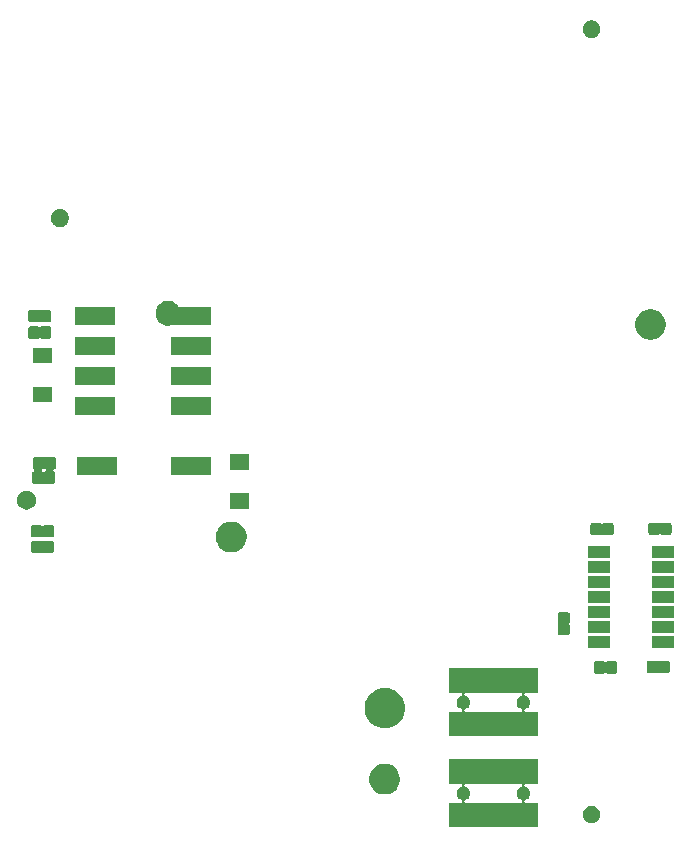
<source format=gbr>
G04 #@! TF.GenerationSoftware,KiCad,Pcbnew,5.1.6+dfsg1-1~bpo10+1*
G04 #@! TF.CreationDate,2021-06-19T16:41:49-04:00*
G04 #@! TF.ProjectId,RUSP_Daughterboard,52555350-5f44-4617-9567-68746572626f,rev?*
G04 #@! TF.SameCoordinates,Original*
G04 #@! TF.FileFunction,Soldermask,Bot*
G04 #@! TF.FilePolarity,Negative*
%FSLAX46Y46*%
G04 Gerber Fmt 4.6, Leading zero omitted, Abs format (unit mm)*
G04 Created by KiCad (PCBNEW 5.1.6+dfsg1-1~bpo10+1) date 2021-06-19 16:41:49*
%MOMM*%
%LPD*%
G01*
G04 APERTURE LIST*
%ADD10C,0.100000*%
G04 APERTURE END LIST*
D10*
G36*
X166945000Y-134397500D02*
G01*
X165946619Y-134397500D01*
X165922233Y-134399902D01*
X165898784Y-134407015D01*
X165877173Y-134418566D01*
X165858231Y-134434111D01*
X165842686Y-134453053D01*
X165831135Y-134474664D01*
X165824022Y-134498113D01*
X165821620Y-134522499D01*
X165824022Y-134546885D01*
X165831135Y-134570334D01*
X165842686Y-134591945D01*
X165858231Y-134610887D01*
X165877173Y-134626432D01*
X165898784Y-134637983D01*
X165909179Y-134642289D01*
X165909180Y-134642289D01*
X166014733Y-134686011D01*
X166109728Y-134749485D01*
X166190515Y-134830272D01*
X166253989Y-134925267D01*
X166297711Y-135030820D01*
X166320000Y-135142875D01*
X166320000Y-135257125D01*
X166297711Y-135369180D01*
X166253989Y-135474733D01*
X166190515Y-135569728D01*
X166109728Y-135650515D01*
X166014733Y-135713989D01*
X166014732Y-135713990D01*
X166014731Y-135713990D01*
X165898784Y-135762017D01*
X165877173Y-135773568D01*
X165858231Y-135789113D01*
X165842686Y-135808055D01*
X165831135Y-135829666D01*
X165824022Y-135853115D01*
X165821620Y-135877501D01*
X165824022Y-135901887D01*
X165831135Y-135925336D01*
X165842686Y-135946947D01*
X165858231Y-135965889D01*
X165877173Y-135981434D01*
X165898784Y-135992985D01*
X165922233Y-136000098D01*
X165946619Y-136002500D01*
X166945000Y-136002500D01*
X166945000Y-138077500D01*
X159455000Y-138077500D01*
X159455000Y-136002500D01*
X160453381Y-136002500D01*
X160477767Y-136000098D01*
X160501216Y-135992985D01*
X160522827Y-135981434D01*
X160541769Y-135965889D01*
X160557314Y-135946947D01*
X160568865Y-135925336D01*
X160575978Y-135901887D01*
X160578380Y-135877501D01*
X160575978Y-135853115D01*
X160568865Y-135829666D01*
X160557314Y-135808055D01*
X160541769Y-135789113D01*
X160522827Y-135773568D01*
X160501216Y-135762017D01*
X160385269Y-135713990D01*
X160385268Y-135713990D01*
X160385267Y-135713989D01*
X160290272Y-135650515D01*
X160209485Y-135569728D01*
X160146011Y-135474733D01*
X160102289Y-135369180D01*
X160080000Y-135257125D01*
X160080000Y-135142875D01*
X160102289Y-135030820D01*
X160146011Y-134925267D01*
X160209485Y-134830272D01*
X160290272Y-134749485D01*
X160385267Y-134686011D01*
X160490820Y-134642289D01*
X160490821Y-134642289D01*
X160501216Y-134637983D01*
X160522827Y-134626432D01*
X160541769Y-134610887D01*
X160557314Y-134591945D01*
X160568865Y-134570334D01*
X160575978Y-134546885D01*
X160578380Y-134522499D01*
X160741620Y-134522499D01*
X160744022Y-134546885D01*
X160751135Y-134570334D01*
X160762686Y-134591945D01*
X160778231Y-134610887D01*
X160797173Y-134626432D01*
X160818784Y-134637983D01*
X160829179Y-134642289D01*
X160829180Y-134642289D01*
X160934733Y-134686011D01*
X161029728Y-134749485D01*
X161110515Y-134830272D01*
X161173989Y-134925267D01*
X161217711Y-135030820D01*
X161240000Y-135142875D01*
X161240000Y-135257125D01*
X161217711Y-135369180D01*
X161173989Y-135474733D01*
X161110515Y-135569728D01*
X161029728Y-135650515D01*
X160934733Y-135713989D01*
X160934732Y-135713990D01*
X160934731Y-135713990D01*
X160818784Y-135762017D01*
X160797173Y-135773568D01*
X160778231Y-135789113D01*
X160762686Y-135808055D01*
X160751135Y-135829666D01*
X160744022Y-135853115D01*
X160741620Y-135877501D01*
X160744022Y-135901887D01*
X160751135Y-135925336D01*
X160762686Y-135946947D01*
X160778231Y-135965889D01*
X160797173Y-135981434D01*
X160818784Y-135992985D01*
X160842233Y-136000098D01*
X160866619Y-136002500D01*
X165533381Y-136002500D01*
X165557767Y-136000098D01*
X165581216Y-135992985D01*
X165602827Y-135981434D01*
X165621769Y-135965889D01*
X165637314Y-135946947D01*
X165648865Y-135925336D01*
X165655978Y-135901887D01*
X165658380Y-135877501D01*
X165655978Y-135853115D01*
X165648865Y-135829666D01*
X165637314Y-135808055D01*
X165621769Y-135789113D01*
X165602827Y-135773568D01*
X165581216Y-135762017D01*
X165465269Y-135713990D01*
X165465268Y-135713990D01*
X165465267Y-135713989D01*
X165370272Y-135650515D01*
X165289485Y-135569728D01*
X165226011Y-135474733D01*
X165182289Y-135369180D01*
X165160000Y-135257125D01*
X165160000Y-135142875D01*
X165182289Y-135030820D01*
X165226011Y-134925267D01*
X165289485Y-134830272D01*
X165370272Y-134749485D01*
X165465267Y-134686011D01*
X165570820Y-134642289D01*
X165570821Y-134642289D01*
X165581216Y-134637983D01*
X165602827Y-134626432D01*
X165621769Y-134610887D01*
X165637314Y-134591945D01*
X165648865Y-134570334D01*
X165655978Y-134546885D01*
X165658380Y-134522499D01*
X165655978Y-134498113D01*
X165648865Y-134474664D01*
X165637314Y-134453053D01*
X165621769Y-134434111D01*
X165602827Y-134418566D01*
X165581216Y-134407015D01*
X165557767Y-134399902D01*
X165533381Y-134397500D01*
X160866619Y-134397500D01*
X160842233Y-134399902D01*
X160818784Y-134407015D01*
X160797173Y-134418566D01*
X160778231Y-134434111D01*
X160762686Y-134453053D01*
X160751135Y-134474664D01*
X160744022Y-134498113D01*
X160741620Y-134522499D01*
X160578380Y-134522499D01*
X160575978Y-134498113D01*
X160568865Y-134474664D01*
X160557314Y-134453053D01*
X160541769Y-134434111D01*
X160522827Y-134418566D01*
X160501216Y-134407015D01*
X160477767Y-134399902D01*
X160453381Y-134397500D01*
X159455000Y-134397500D01*
X159455000Y-132322500D01*
X166945000Y-132322500D01*
X166945000Y-134397500D01*
G37*
G36*
X171718766Y-136278821D02*
G01*
X171855257Y-136335358D01*
X171978097Y-136417437D01*
X172082563Y-136521903D01*
X172164642Y-136644743D01*
X172221179Y-136781234D01*
X172250000Y-136926130D01*
X172250000Y-137073870D01*
X172221179Y-137218766D01*
X172164642Y-137355257D01*
X172082563Y-137478097D01*
X171978097Y-137582563D01*
X171855257Y-137664642D01*
X171718766Y-137721179D01*
X171573870Y-137750000D01*
X171426130Y-137750000D01*
X171281234Y-137721179D01*
X171144743Y-137664642D01*
X171021903Y-137582563D01*
X170917437Y-137478097D01*
X170835358Y-137355257D01*
X170778821Y-137218766D01*
X170750000Y-137073870D01*
X170750000Y-136926130D01*
X170778821Y-136781234D01*
X170835358Y-136644743D01*
X170917437Y-136521903D01*
X171021903Y-136417437D01*
X171144743Y-136335358D01*
X171281234Y-136278821D01*
X171426130Y-136250000D01*
X171573870Y-136250000D01*
X171718766Y-136278821D01*
G37*
G36*
X154253617Y-132724979D02*
G01*
X154379196Y-132749958D01*
X154615781Y-132847955D01*
X154828702Y-132990224D01*
X155009776Y-133171298D01*
X155152045Y-133384219D01*
X155250042Y-133620804D01*
X155300000Y-133871961D01*
X155300000Y-134128039D01*
X155250042Y-134379196D01*
X155152045Y-134615781D01*
X155009776Y-134828702D01*
X154828702Y-135009776D01*
X154615781Y-135152045D01*
X154379196Y-135250042D01*
X154253617Y-135275021D01*
X154128040Y-135300000D01*
X153871960Y-135300000D01*
X153746383Y-135275021D01*
X153620804Y-135250042D01*
X153384219Y-135152045D01*
X153171298Y-135009776D01*
X152990224Y-134828702D01*
X152847955Y-134615781D01*
X152749958Y-134379196D01*
X152700000Y-134128039D01*
X152700000Y-133871961D01*
X152749958Y-133620804D01*
X152847955Y-133384219D01*
X152990224Y-133171298D01*
X153171298Y-132990224D01*
X153384219Y-132847955D01*
X153620804Y-132749958D01*
X153746383Y-132724979D01*
X153871960Y-132700000D01*
X154128040Y-132700000D01*
X154253617Y-132724979D01*
G37*
G36*
X166945000Y-126697500D02*
G01*
X165946619Y-126697500D01*
X165922233Y-126699902D01*
X165898784Y-126707015D01*
X165877173Y-126718566D01*
X165858231Y-126734111D01*
X165842686Y-126753053D01*
X165831135Y-126774664D01*
X165824022Y-126798113D01*
X165821620Y-126822499D01*
X165824022Y-126846885D01*
X165831135Y-126870334D01*
X165842686Y-126891945D01*
X165858231Y-126910887D01*
X165877173Y-126926432D01*
X165898784Y-126937983D01*
X165909179Y-126942289D01*
X165909180Y-126942289D01*
X166014733Y-126986011D01*
X166109728Y-127049485D01*
X166190515Y-127130272D01*
X166253989Y-127225267D01*
X166297711Y-127330820D01*
X166320000Y-127442875D01*
X166320000Y-127557125D01*
X166297711Y-127669180D01*
X166253989Y-127774733D01*
X166190515Y-127869728D01*
X166109728Y-127950515D01*
X166014733Y-128013989D01*
X166014732Y-128013990D01*
X166014731Y-128013990D01*
X165898784Y-128062017D01*
X165877173Y-128073568D01*
X165858231Y-128089113D01*
X165842686Y-128108055D01*
X165831135Y-128129666D01*
X165824022Y-128153115D01*
X165821620Y-128177501D01*
X165824022Y-128201887D01*
X165831135Y-128225336D01*
X165842686Y-128246947D01*
X165858231Y-128265889D01*
X165877173Y-128281434D01*
X165898784Y-128292985D01*
X165922233Y-128300098D01*
X165946619Y-128302500D01*
X166945000Y-128302500D01*
X166945000Y-130377500D01*
X159455000Y-130377500D01*
X159455000Y-128302500D01*
X160453381Y-128302500D01*
X160477767Y-128300098D01*
X160501216Y-128292985D01*
X160522827Y-128281434D01*
X160541769Y-128265889D01*
X160557314Y-128246947D01*
X160568865Y-128225336D01*
X160575978Y-128201887D01*
X160578380Y-128177501D01*
X160575978Y-128153115D01*
X160568865Y-128129666D01*
X160557314Y-128108055D01*
X160541769Y-128089113D01*
X160522827Y-128073568D01*
X160501216Y-128062017D01*
X160385269Y-128013990D01*
X160385268Y-128013990D01*
X160385267Y-128013989D01*
X160290272Y-127950515D01*
X160209485Y-127869728D01*
X160146011Y-127774733D01*
X160102289Y-127669180D01*
X160080000Y-127557125D01*
X160080000Y-127442875D01*
X160102289Y-127330820D01*
X160146011Y-127225267D01*
X160209485Y-127130272D01*
X160290272Y-127049485D01*
X160385267Y-126986011D01*
X160490820Y-126942289D01*
X160490821Y-126942289D01*
X160501216Y-126937983D01*
X160522827Y-126926432D01*
X160541769Y-126910887D01*
X160557314Y-126891945D01*
X160568865Y-126870334D01*
X160575978Y-126846885D01*
X160578380Y-126822499D01*
X160741620Y-126822499D01*
X160744022Y-126846885D01*
X160751135Y-126870334D01*
X160762686Y-126891945D01*
X160778231Y-126910887D01*
X160797173Y-126926432D01*
X160818784Y-126937983D01*
X160829179Y-126942289D01*
X160829180Y-126942289D01*
X160934733Y-126986011D01*
X161029728Y-127049485D01*
X161110515Y-127130272D01*
X161173989Y-127225267D01*
X161217711Y-127330820D01*
X161240000Y-127442875D01*
X161240000Y-127557125D01*
X161217711Y-127669180D01*
X161173989Y-127774733D01*
X161110515Y-127869728D01*
X161029728Y-127950515D01*
X160934733Y-128013989D01*
X160934732Y-128013990D01*
X160934731Y-128013990D01*
X160818784Y-128062017D01*
X160797173Y-128073568D01*
X160778231Y-128089113D01*
X160762686Y-128108055D01*
X160751135Y-128129666D01*
X160744022Y-128153115D01*
X160741620Y-128177501D01*
X160744022Y-128201887D01*
X160751135Y-128225336D01*
X160762686Y-128246947D01*
X160778231Y-128265889D01*
X160797173Y-128281434D01*
X160818784Y-128292985D01*
X160842233Y-128300098D01*
X160866619Y-128302500D01*
X165533381Y-128302500D01*
X165557767Y-128300098D01*
X165581216Y-128292985D01*
X165602827Y-128281434D01*
X165621769Y-128265889D01*
X165637314Y-128246947D01*
X165648865Y-128225336D01*
X165655978Y-128201887D01*
X165658380Y-128177501D01*
X165655978Y-128153115D01*
X165648865Y-128129666D01*
X165637314Y-128108055D01*
X165621769Y-128089113D01*
X165602827Y-128073568D01*
X165581216Y-128062017D01*
X165465269Y-128013990D01*
X165465268Y-128013990D01*
X165465267Y-128013989D01*
X165370272Y-127950515D01*
X165289485Y-127869728D01*
X165226011Y-127774733D01*
X165182289Y-127669180D01*
X165160000Y-127557125D01*
X165160000Y-127442875D01*
X165182289Y-127330820D01*
X165226011Y-127225267D01*
X165289485Y-127130272D01*
X165370272Y-127049485D01*
X165465267Y-126986011D01*
X165570820Y-126942289D01*
X165570821Y-126942289D01*
X165581216Y-126937983D01*
X165602827Y-126926432D01*
X165621769Y-126910887D01*
X165637314Y-126891945D01*
X165648865Y-126870334D01*
X165655978Y-126846885D01*
X165658380Y-126822499D01*
X165655978Y-126798113D01*
X165648865Y-126774664D01*
X165637314Y-126753053D01*
X165621769Y-126734111D01*
X165602827Y-126718566D01*
X165581216Y-126707015D01*
X165557767Y-126699902D01*
X165533381Y-126697500D01*
X160866619Y-126697500D01*
X160842233Y-126699902D01*
X160818784Y-126707015D01*
X160797173Y-126718566D01*
X160778231Y-126734111D01*
X160762686Y-126753053D01*
X160751135Y-126774664D01*
X160744022Y-126798113D01*
X160741620Y-126822499D01*
X160578380Y-126822499D01*
X160575978Y-126798113D01*
X160568865Y-126774664D01*
X160557314Y-126753053D01*
X160541769Y-126734111D01*
X160522827Y-126718566D01*
X160501216Y-126707015D01*
X160477767Y-126699902D01*
X160453381Y-126697500D01*
X159455000Y-126697500D01*
X159455000Y-124622500D01*
X166945000Y-124622500D01*
X166945000Y-126697500D01*
G37*
G36*
X154331653Y-126332665D02*
G01*
X154495872Y-126365330D01*
X154805252Y-126493479D01*
X155083687Y-126679523D01*
X155320477Y-126916313D01*
X155506521Y-127194748D01*
X155634670Y-127504128D01*
X155700000Y-127832565D01*
X155700000Y-128167435D01*
X155634670Y-128495872D01*
X155506521Y-128805252D01*
X155320477Y-129083687D01*
X155083687Y-129320477D01*
X154805252Y-129506521D01*
X154495872Y-129634670D01*
X154331653Y-129667335D01*
X154167437Y-129700000D01*
X153832563Y-129700000D01*
X153668347Y-129667335D01*
X153504128Y-129634670D01*
X153194748Y-129506521D01*
X152916313Y-129320477D01*
X152679523Y-129083687D01*
X152493479Y-128805252D01*
X152365330Y-128495872D01*
X152300000Y-128167435D01*
X152300000Y-127832565D01*
X152365330Y-127504128D01*
X152493479Y-127194748D01*
X152679523Y-126916313D01*
X152916313Y-126679523D01*
X153194748Y-126493479D01*
X153504128Y-126365330D01*
X153668347Y-126332665D01*
X153832563Y-126300000D01*
X154167437Y-126300000D01*
X154331653Y-126332665D01*
G37*
G36*
X172560974Y-124034148D02*
G01*
X172595567Y-124044642D01*
X172635127Y-124065787D01*
X172641066Y-124069756D01*
X172663703Y-124079135D01*
X172687736Y-124083918D01*
X172712240Y-124083920D01*
X172736274Y-124079142D01*
X172758914Y-124069767D01*
X172764861Y-124065794D01*
X172804433Y-124044642D01*
X172839026Y-124034148D01*
X172881141Y-124030000D01*
X173488859Y-124030000D01*
X173530974Y-124034148D01*
X173565567Y-124044642D01*
X173597440Y-124061678D01*
X173625386Y-124084614D01*
X173648322Y-124112560D01*
X173665358Y-124144433D01*
X173675852Y-124179026D01*
X173680000Y-124221141D01*
X173680000Y-124878859D01*
X173675852Y-124920974D01*
X173665358Y-124955567D01*
X173648322Y-124987440D01*
X173625386Y-125015386D01*
X173597440Y-125038322D01*
X173565567Y-125055358D01*
X173530974Y-125065852D01*
X173488859Y-125070000D01*
X172881141Y-125070000D01*
X172839026Y-125065852D01*
X172804433Y-125055358D01*
X172764873Y-125034213D01*
X172758934Y-125030244D01*
X172736297Y-125020865D01*
X172712264Y-125016082D01*
X172687760Y-125016080D01*
X172663726Y-125020858D01*
X172641086Y-125030233D01*
X172635139Y-125034206D01*
X172595567Y-125055358D01*
X172560974Y-125065852D01*
X172518859Y-125070000D01*
X171911141Y-125070000D01*
X171869026Y-125065852D01*
X171834433Y-125055358D01*
X171802560Y-125038322D01*
X171774614Y-125015386D01*
X171751678Y-124987440D01*
X171734642Y-124955567D01*
X171724148Y-124920974D01*
X171720000Y-124878859D01*
X171720000Y-124221141D01*
X171724148Y-124179026D01*
X171734642Y-124144433D01*
X171751678Y-124112560D01*
X171774614Y-124084614D01*
X171802560Y-124061678D01*
X171834433Y-124044642D01*
X171869026Y-124034148D01*
X171911141Y-124030000D01*
X172518859Y-124030000D01*
X172560974Y-124034148D01*
G37*
G36*
X177010974Y-123984148D02*
G01*
X177045567Y-123994642D01*
X177085127Y-124015787D01*
X177091066Y-124019756D01*
X177113703Y-124029135D01*
X177137736Y-124033918D01*
X177162240Y-124033920D01*
X177186274Y-124029142D01*
X177208914Y-124019767D01*
X177214861Y-124015794D01*
X177254433Y-123994642D01*
X177289026Y-123984148D01*
X177331141Y-123980000D01*
X177938859Y-123980000D01*
X177980974Y-123984148D01*
X178015567Y-123994642D01*
X178047440Y-124011678D01*
X178075386Y-124034614D01*
X178098322Y-124062560D01*
X178115358Y-124094433D01*
X178125852Y-124129026D01*
X178130000Y-124171141D01*
X178130000Y-124828859D01*
X178125852Y-124870974D01*
X178115358Y-124905567D01*
X178098322Y-124937440D01*
X178075386Y-124965386D01*
X178047440Y-124988322D01*
X178015567Y-125005358D01*
X177980974Y-125015852D01*
X177938859Y-125020000D01*
X177331141Y-125020000D01*
X177289026Y-125015852D01*
X177254433Y-125005358D01*
X177214873Y-124984213D01*
X177208934Y-124980244D01*
X177186297Y-124970865D01*
X177162264Y-124966082D01*
X177137760Y-124966080D01*
X177113726Y-124970858D01*
X177091086Y-124980233D01*
X177085139Y-124984206D01*
X177045567Y-125005358D01*
X177010974Y-125015852D01*
X176968859Y-125020000D01*
X176361141Y-125020000D01*
X176319026Y-125015852D01*
X176284433Y-125005358D01*
X176252560Y-124988322D01*
X176224614Y-124965386D01*
X176201678Y-124937440D01*
X176184642Y-124905567D01*
X176174148Y-124870974D01*
X176170000Y-124828859D01*
X176170000Y-124171141D01*
X176174148Y-124129026D01*
X176184642Y-124094433D01*
X176201678Y-124062560D01*
X176224614Y-124034614D01*
X176252560Y-124011678D01*
X176284433Y-123994642D01*
X176319026Y-123984148D01*
X176361141Y-123980000D01*
X176968859Y-123980000D01*
X177010974Y-123984148D01*
G37*
G36*
X173100000Y-122910000D02*
G01*
X171200000Y-122910000D01*
X171200000Y-121910000D01*
X173100000Y-121910000D01*
X173100000Y-122910000D01*
G37*
G36*
X178500000Y-122910000D02*
G01*
X176600000Y-122910000D01*
X176600000Y-121910000D01*
X178500000Y-121910000D01*
X178500000Y-122910000D01*
G37*
G36*
X169520974Y-119874148D02*
G01*
X169555567Y-119884642D01*
X169587440Y-119901678D01*
X169615386Y-119924614D01*
X169638322Y-119952560D01*
X169655358Y-119984433D01*
X169665852Y-120019026D01*
X169670000Y-120061141D01*
X169670000Y-120668859D01*
X169665852Y-120710974D01*
X169655358Y-120745567D01*
X169634213Y-120785127D01*
X169630244Y-120791066D01*
X169620865Y-120813703D01*
X169616082Y-120837736D01*
X169616080Y-120862240D01*
X169620858Y-120886274D01*
X169630233Y-120908914D01*
X169634206Y-120914861D01*
X169655358Y-120954433D01*
X169665852Y-120989026D01*
X169670000Y-121031141D01*
X169670000Y-121638859D01*
X169665852Y-121680974D01*
X169655358Y-121715567D01*
X169638322Y-121747440D01*
X169615386Y-121775386D01*
X169587440Y-121798322D01*
X169555567Y-121815358D01*
X169520974Y-121825852D01*
X169478859Y-121830000D01*
X168821141Y-121830000D01*
X168779026Y-121825852D01*
X168744433Y-121815358D01*
X168712560Y-121798322D01*
X168684614Y-121775386D01*
X168661678Y-121747440D01*
X168644642Y-121715567D01*
X168634148Y-121680974D01*
X168630000Y-121638859D01*
X168630000Y-121031141D01*
X168634148Y-120989026D01*
X168644642Y-120954433D01*
X168665787Y-120914873D01*
X168669756Y-120908934D01*
X168679135Y-120886297D01*
X168683918Y-120862264D01*
X168683920Y-120837760D01*
X168679142Y-120813726D01*
X168669767Y-120791086D01*
X168665794Y-120785139D01*
X168644642Y-120745567D01*
X168634148Y-120710974D01*
X168630000Y-120668859D01*
X168630000Y-120061141D01*
X168634148Y-120019026D01*
X168644642Y-119984433D01*
X168661678Y-119952560D01*
X168684614Y-119924614D01*
X168712560Y-119901678D01*
X168744433Y-119884642D01*
X168779026Y-119874148D01*
X168821141Y-119870000D01*
X169478859Y-119870000D01*
X169520974Y-119874148D01*
G37*
G36*
X178500000Y-121640000D02*
G01*
X176600000Y-121640000D01*
X176600000Y-120640000D01*
X178500000Y-120640000D01*
X178500000Y-121640000D01*
G37*
G36*
X173100000Y-121640000D02*
G01*
X171200000Y-121640000D01*
X171200000Y-120640000D01*
X173100000Y-120640000D01*
X173100000Y-121640000D01*
G37*
G36*
X178500000Y-120370000D02*
G01*
X176600000Y-120370000D01*
X176600000Y-119370000D01*
X178500000Y-119370000D01*
X178500000Y-120370000D01*
G37*
G36*
X173100000Y-120370000D02*
G01*
X171200000Y-120370000D01*
X171200000Y-119370000D01*
X173100000Y-119370000D01*
X173100000Y-120370000D01*
G37*
G36*
X178500000Y-119100000D02*
G01*
X176600000Y-119100000D01*
X176600000Y-118100000D01*
X178500000Y-118100000D01*
X178500000Y-119100000D01*
G37*
G36*
X173100000Y-119100000D02*
G01*
X171200000Y-119100000D01*
X171200000Y-118100000D01*
X173100000Y-118100000D01*
X173100000Y-119100000D01*
G37*
G36*
X178500000Y-117830000D02*
G01*
X176600000Y-117830000D01*
X176600000Y-116830000D01*
X178500000Y-116830000D01*
X178500000Y-117830000D01*
G37*
G36*
X173100000Y-117830000D02*
G01*
X171200000Y-117830000D01*
X171200000Y-116830000D01*
X173100000Y-116830000D01*
X173100000Y-117830000D01*
G37*
G36*
X173100000Y-116560000D02*
G01*
X171200000Y-116560000D01*
X171200000Y-115560000D01*
X173100000Y-115560000D01*
X173100000Y-116560000D01*
G37*
G36*
X178500000Y-116560000D02*
G01*
X176600000Y-116560000D01*
X176600000Y-115560000D01*
X178500000Y-115560000D01*
X178500000Y-116560000D01*
G37*
G36*
X178500000Y-115290000D02*
G01*
X176600000Y-115290000D01*
X176600000Y-114290000D01*
X178500000Y-114290000D01*
X178500000Y-115290000D01*
G37*
G36*
X173100000Y-115290000D02*
G01*
X171200000Y-115290000D01*
X171200000Y-114290000D01*
X173100000Y-114290000D01*
X173100000Y-115290000D01*
G37*
G36*
X124885974Y-113834148D02*
G01*
X124920567Y-113844642D01*
X124960127Y-113865787D01*
X124966066Y-113869756D01*
X124988703Y-113879135D01*
X125012736Y-113883918D01*
X125037240Y-113883920D01*
X125061274Y-113879142D01*
X125083914Y-113869767D01*
X125089861Y-113865794D01*
X125129433Y-113844642D01*
X125164026Y-113834148D01*
X125206141Y-113830000D01*
X125813859Y-113830000D01*
X125855974Y-113834148D01*
X125890567Y-113844642D01*
X125922440Y-113861678D01*
X125950386Y-113884614D01*
X125973322Y-113912560D01*
X125990358Y-113944433D01*
X126000852Y-113979026D01*
X126005000Y-114021141D01*
X126005000Y-114678859D01*
X126000852Y-114720974D01*
X125990358Y-114755567D01*
X125973322Y-114787440D01*
X125950386Y-114815386D01*
X125922440Y-114838322D01*
X125890567Y-114855358D01*
X125855974Y-114865852D01*
X125813859Y-114870000D01*
X125206141Y-114870000D01*
X125164026Y-114865852D01*
X125129433Y-114855358D01*
X125089873Y-114834213D01*
X125083934Y-114830244D01*
X125061297Y-114820865D01*
X125037264Y-114816082D01*
X125012760Y-114816080D01*
X124988726Y-114820858D01*
X124966086Y-114830233D01*
X124960139Y-114834206D01*
X124920567Y-114855358D01*
X124885974Y-114865852D01*
X124843859Y-114870000D01*
X124236141Y-114870000D01*
X124194026Y-114865852D01*
X124159433Y-114855358D01*
X124127560Y-114838322D01*
X124099614Y-114815386D01*
X124076678Y-114787440D01*
X124059642Y-114755567D01*
X124049148Y-114720974D01*
X124045000Y-114678859D01*
X124045000Y-114021141D01*
X124049148Y-113979026D01*
X124059642Y-113944433D01*
X124076678Y-113912560D01*
X124099614Y-113884614D01*
X124127560Y-113861678D01*
X124159433Y-113844642D01*
X124194026Y-113834148D01*
X124236141Y-113830000D01*
X124843859Y-113830000D01*
X124885974Y-113834148D01*
G37*
G36*
X141253617Y-112224979D02*
G01*
X141379196Y-112249958D01*
X141615781Y-112347955D01*
X141828702Y-112490224D01*
X142009776Y-112671298D01*
X142152045Y-112884219D01*
X142230034Y-113072500D01*
X142250042Y-113120805D01*
X142296698Y-113355358D01*
X142300000Y-113371961D01*
X142300000Y-113628039D01*
X142250042Y-113879196D01*
X142152045Y-114115781D01*
X142009776Y-114328702D01*
X141828702Y-114509776D01*
X141615781Y-114652045D01*
X141379196Y-114750042D01*
X141329113Y-114760004D01*
X141128040Y-114800000D01*
X140871960Y-114800000D01*
X140670887Y-114760004D01*
X140620804Y-114750042D01*
X140384219Y-114652045D01*
X140171298Y-114509776D01*
X139990224Y-114328702D01*
X139847955Y-114115781D01*
X139749958Y-113879196D01*
X139700000Y-113628039D01*
X139700000Y-113371961D01*
X139703303Y-113355358D01*
X139749958Y-113120805D01*
X139769967Y-113072500D01*
X139847955Y-112884219D01*
X139990224Y-112671298D01*
X140171298Y-112490224D01*
X140384219Y-112347955D01*
X140620804Y-112249958D01*
X140746383Y-112224979D01*
X140871960Y-112200000D01*
X141128040Y-112200000D01*
X141253617Y-112224979D01*
G37*
G36*
X124875974Y-112509148D02*
G01*
X124910567Y-112519642D01*
X124950127Y-112540787D01*
X124956066Y-112544756D01*
X124978703Y-112554135D01*
X125002736Y-112558918D01*
X125027240Y-112558920D01*
X125051274Y-112554142D01*
X125073914Y-112544767D01*
X125079861Y-112540794D01*
X125119433Y-112519642D01*
X125154026Y-112509148D01*
X125196141Y-112505000D01*
X125803859Y-112505000D01*
X125845974Y-112509148D01*
X125880567Y-112519642D01*
X125912440Y-112536678D01*
X125940386Y-112559614D01*
X125963322Y-112587560D01*
X125980358Y-112619433D01*
X125990852Y-112654026D01*
X125995000Y-112696141D01*
X125995000Y-113353859D01*
X125990852Y-113395974D01*
X125980358Y-113430567D01*
X125963322Y-113462440D01*
X125940386Y-113490386D01*
X125912440Y-113513322D01*
X125880567Y-113530358D01*
X125845974Y-113540852D01*
X125803859Y-113545000D01*
X125196141Y-113545000D01*
X125154026Y-113540852D01*
X125119433Y-113530358D01*
X125079873Y-113509213D01*
X125073934Y-113505244D01*
X125051297Y-113495865D01*
X125027264Y-113491082D01*
X125002760Y-113491080D01*
X124978726Y-113495858D01*
X124956086Y-113505233D01*
X124950139Y-113509206D01*
X124910567Y-113530358D01*
X124875974Y-113540852D01*
X124833859Y-113545000D01*
X124226141Y-113545000D01*
X124184026Y-113540852D01*
X124149433Y-113530358D01*
X124117560Y-113513322D01*
X124089614Y-113490386D01*
X124066678Y-113462440D01*
X124049642Y-113430567D01*
X124039148Y-113395974D01*
X124035000Y-113353859D01*
X124035000Y-112696141D01*
X124039148Y-112654026D01*
X124049642Y-112619433D01*
X124066678Y-112587560D01*
X124089614Y-112559614D01*
X124117560Y-112536678D01*
X124149433Y-112519642D01*
X124184026Y-112509148D01*
X124226141Y-112505000D01*
X124833859Y-112505000D01*
X124875974Y-112509148D01*
G37*
G36*
X172260974Y-112334148D02*
G01*
X172295567Y-112344642D01*
X172335127Y-112365787D01*
X172341066Y-112369756D01*
X172363703Y-112379135D01*
X172387736Y-112383918D01*
X172412240Y-112383920D01*
X172436274Y-112379142D01*
X172458914Y-112369767D01*
X172464861Y-112365794D01*
X172504433Y-112344642D01*
X172539026Y-112334148D01*
X172581141Y-112330000D01*
X173188859Y-112330000D01*
X173230974Y-112334148D01*
X173265567Y-112344642D01*
X173297440Y-112361678D01*
X173325386Y-112384614D01*
X173348322Y-112412560D01*
X173365358Y-112444433D01*
X173375852Y-112479026D01*
X173380000Y-112521141D01*
X173380000Y-113178859D01*
X173375852Y-113220974D01*
X173365358Y-113255567D01*
X173348322Y-113287440D01*
X173325386Y-113315386D01*
X173297440Y-113338322D01*
X173265567Y-113355358D01*
X173230974Y-113365852D01*
X173188859Y-113370000D01*
X172581141Y-113370000D01*
X172539026Y-113365852D01*
X172504433Y-113355358D01*
X172464873Y-113334213D01*
X172458934Y-113330244D01*
X172436297Y-113320865D01*
X172412264Y-113316082D01*
X172387760Y-113316080D01*
X172363726Y-113320858D01*
X172341086Y-113330233D01*
X172335139Y-113334206D01*
X172295567Y-113355358D01*
X172260974Y-113365852D01*
X172218859Y-113370000D01*
X171611141Y-113370000D01*
X171569026Y-113365852D01*
X171534433Y-113355358D01*
X171502560Y-113338322D01*
X171474614Y-113315386D01*
X171451678Y-113287440D01*
X171434642Y-113255567D01*
X171424148Y-113220974D01*
X171420000Y-113178859D01*
X171420000Y-112521141D01*
X171424148Y-112479026D01*
X171434642Y-112444433D01*
X171451678Y-112412560D01*
X171474614Y-112384614D01*
X171502560Y-112361678D01*
X171534433Y-112344642D01*
X171569026Y-112334148D01*
X171611141Y-112330000D01*
X172218859Y-112330000D01*
X172260974Y-112334148D01*
G37*
G36*
X177160974Y-112284148D02*
G01*
X177195567Y-112294642D01*
X177235127Y-112315787D01*
X177241066Y-112319756D01*
X177263703Y-112329135D01*
X177287736Y-112333918D01*
X177312240Y-112333920D01*
X177336274Y-112329142D01*
X177358914Y-112319767D01*
X177364861Y-112315794D01*
X177404433Y-112294642D01*
X177439026Y-112284148D01*
X177481141Y-112280000D01*
X178088859Y-112280000D01*
X178130974Y-112284148D01*
X178165567Y-112294642D01*
X178197440Y-112311678D01*
X178225386Y-112334614D01*
X178248322Y-112362560D01*
X178265358Y-112394433D01*
X178275852Y-112429026D01*
X178280000Y-112471141D01*
X178280000Y-113128859D01*
X178275852Y-113170974D01*
X178265358Y-113205567D01*
X178248322Y-113237440D01*
X178225386Y-113265386D01*
X178197440Y-113288322D01*
X178165567Y-113305358D01*
X178130974Y-113315852D01*
X178088859Y-113320000D01*
X177481141Y-113320000D01*
X177439026Y-113315852D01*
X177404433Y-113305358D01*
X177364873Y-113284213D01*
X177358934Y-113280244D01*
X177336297Y-113270865D01*
X177312264Y-113266082D01*
X177287760Y-113266080D01*
X177263726Y-113270858D01*
X177241086Y-113280233D01*
X177235139Y-113284206D01*
X177195567Y-113305358D01*
X177160974Y-113315852D01*
X177118859Y-113320000D01*
X176511141Y-113320000D01*
X176469026Y-113315852D01*
X176434433Y-113305358D01*
X176402560Y-113288322D01*
X176374614Y-113265386D01*
X176351678Y-113237440D01*
X176334642Y-113205567D01*
X176324148Y-113170974D01*
X176320000Y-113128859D01*
X176320000Y-112471141D01*
X176324148Y-112429026D01*
X176334642Y-112394433D01*
X176351678Y-112362560D01*
X176374614Y-112334614D01*
X176402560Y-112311678D01*
X176434433Y-112294642D01*
X176469026Y-112284148D01*
X176511141Y-112280000D01*
X177118859Y-112280000D01*
X177160974Y-112284148D01*
G37*
G36*
X123903351Y-109610743D02*
G01*
X124048941Y-109671048D01*
X124179970Y-109758599D01*
X124291401Y-109870030D01*
X124378952Y-110001059D01*
X124439257Y-110146649D01*
X124470000Y-110301206D01*
X124470000Y-110458794D01*
X124439257Y-110613351D01*
X124378952Y-110758941D01*
X124291401Y-110889970D01*
X124179970Y-111001401D01*
X124048941Y-111088952D01*
X123903351Y-111149257D01*
X123748794Y-111180000D01*
X123591206Y-111180000D01*
X123436649Y-111149257D01*
X123291059Y-111088952D01*
X123160030Y-111001401D01*
X123048599Y-110889970D01*
X122961048Y-110758941D01*
X122900743Y-110613351D01*
X122870000Y-110458794D01*
X122870000Y-110301206D01*
X122900743Y-110146649D01*
X122961048Y-110001059D01*
X123048599Y-109870030D01*
X123160030Y-109758599D01*
X123291059Y-109671048D01*
X123436649Y-109610743D01*
X123591206Y-109580000D01*
X123748794Y-109580000D01*
X123903351Y-109610743D01*
G37*
G36*
X142500000Y-111100000D02*
G01*
X140900000Y-111100000D01*
X140900000Y-109800000D01*
X142500000Y-109800000D01*
X142500000Y-111100000D01*
G37*
G36*
X125050974Y-106734148D02*
G01*
X125085567Y-106744642D01*
X125125127Y-106765787D01*
X125131066Y-106769756D01*
X125153703Y-106779135D01*
X125177736Y-106783918D01*
X125202240Y-106783920D01*
X125226274Y-106779142D01*
X125248914Y-106769767D01*
X125254861Y-106765794D01*
X125294433Y-106744642D01*
X125329026Y-106734148D01*
X125371141Y-106730000D01*
X125978859Y-106730000D01*
X126020974Y-106734148D01*
X126055567Y-106744642D01*
X126087440Y-106761678D01*
X126115386Y-106784614D01*
X126138322Y-106812560D01*
X126155358Y-106844433D01*
X126165852Y-106879026D01*
X126170000Y-106921141D01*
X126170000Y-107578859D01*
X126165852Y-107620974D01*
X126155358Y-107655567D01*
X126138322Y-107687440D01*
X126115386Y-107715386D01*
X126087440Y-107738322D01*
X126055567Y-107755358D01*
X126031120Y-107762774D01*
X126008481Y-107772151D01*
X125988106Y-107785765D01*
X125970779Y-107803092D01*
X125957165Y-107823466D01*
X125947788Y-107846105D01*
X125943007Y-107870138D01*
X125943007Y-107894642D01*
X125947787Y-107918675D01*
X125957164Y-107941314D01*
X125970778Y-107961689D01*
X125988104Y-107979016D01*
X126025386Y-108009614D01*
X126048322Y-108037560D01*
X126065358Y-108069433D01*
X126075852Y-108104026D01*
X126080000Y-108146141D01*
X126080000Y-108803859D01*
X126075852Y-108845974D01*
X126065358Y-108880567D01*
X126048322Y-108912440D01*
X126025386Y-108940386D01*
X125997440Y-108963322D01*
X125965567Y-108980358D01*
X125930974Y-108990852D01*
X125888859Y-108995000D01*
X125281141Y-108995000D01*
X125239026Y-108990852D01*
X125204433Y-108980358D01*
X125164873Y-108959213D01*
X125158934Y-108955244D01*
X125136297Y-108945865D01*
X125112264Y-108941082D01*
X125087760Y-108941080D01*
X125063726Y-108945858D01*
X125041086Y-108955233D01*
X125035139Y-108959206D01*
X124995567Y-108980358D01*
X124960974Y-108990852D01*
X124918859Y-108995000D01*
X124311141Y-108995000D01*
X124269026Y-108990852D01*
X124234433Y-108980358D01*
X124202560Y-108963322D01*
X124174614Y-108940386D01*
X124151678Y-108912440D01*
X124134642Y-108880567D01*
X124124148Y-108845974D01*
X124120000Y-108803859D01*
X124120000Y-108146141D01*
X124124148Y-108104026D01*
X124134642Y-108069433D01*
X124151678Y-108037560D01*
X124174614Y-108009614D01*
X124202560Y-107986678D01*
X124234433Y-107969642D01*
X124258880Y-107962226D01*
X124281519Y-107952849D01*
X124301894Y-107939235D01*
X124319221Y-107921908D01*
X124332835Y-107901534D01*
X124342212Y-107878895D01*
X124343953Y-107870140D01*
X124973007Y-107870140D01*
X124973007Y-107894644D01*
X124977788Y-107918677D01*
X124987165Y-107941316D01*
X125000779Y-107961690D01*
X125018094Y-107979007D01*
X125020690Y-107981138D01*
X125041063Y-107994754D01*
X125063700Y-108004134D01*
X125087733Y-108008918D01*
X125112237Y-108008921D01*
X125136271Y-108004143D01*
X125158911Y-107994768D01*
X125164855Y-107990796D01*
X125168115Y-107989054D01*
X125188489Y-107975440D01*
X125193418Y-107970511D01*
X125217097Y-107965800D01*
X125228882Y-107962225D01*
X125251521Y-107952848D01*
X125271895Y-107939234D01*
X125289222Y-107921907D01*
X125302836Y-107901533D01*
X125312213Y-107878894D01*
X125316993Y-107854860D01*
X125316993Y-107830356D01*
X125312212Y-107806323D01*
X125302835Y-107783684D01*
X125289221Y-107763310D01*
X125271906Y-107745993D01*
X125269310Y-107743862D01*
X125248937Y-107730246D01*
X125226300Y-107720866D01*
X125202267Y-107716082D01*
X125177763Y-107716079D01*
X125153729Y-107720857D01*
X125131089Y-107730232D01*
X125125145Y-107734204D01*
X125121885Y-107735946D01*
X125101511Y-107749560D01*
X125096582Y-107754489D01*
X125072903Y-107759200D01*
X125061118Y-107762775D01*
X125038479Y-107772152D01*
X125018105Y-107785766D01*
X125000778Y-107803093D01*
X124987164Y-107823467D01*
X124977787Y-107846106D01*
X124973007Y-107870140D01*
X124343953Y-107870140D01*
X124346993Y-107854862D01*
X124346993Y-107830358D01*
X124342213Y-107806325D01*
X124332836Y-107783686D01*
X124319222Y-107763311D01*
X124301896Y-107745984D01*
X124264614Y-107715386D01*
X124241678Y-107687440D01*
X124224642Y-107655567D01*
X124214148Y-107620974D01*
X124210000Y-107578859D01*
X124210000Y-106921141D01*
X124214148Y-106879026D01*
X124224642Y-106844433D01*
X124241678Y-106812560D01*
X124264614Y-106784614D01*
X124292560Y-106761678D01*
X124324433Y-106744642D01*
X124359026Y-106734148D01*
X124401141Y-106730000D01*
X125008859Y-106730000D01*
X125050974Y-106734148D01*
G37*
G36*
X139330000Y-108285000D02*
G01*
X135930000Y-108285000D01*
X135930000Y-106775000D01*
X139330000Y-106775000D01*
X139330000Y-108285000D01*
G37*
G36*
X131330000Y-108285000D02*
G01*
X127930000Y-108285000D01*
X127930000Y-106775000D01*
X131330000Y-106775000D01*
X131330000Y-108285000D01*
G37*
G36*
X142500000Y-107800000D02*
G01*
X140900000Y-107800000D01*
X140900000Y-106500000D01*
X142500000Y-106500000D01*
X142500000Y-107800000D01*
G37*
G36*
X131202000Y-103205000D02*
G01*
X127802000Y-103205000D01*
X127802000Y-101695000D01*
X131202000Y-101695000D01*
X131202000Y-103205000D01*
G37*
G36*
X139330000Y-103205000D02*
G01*
X135930000Y-103205000D01*
X135930000Y-101695000D01*
X139330000Y-101695000D01*
X139330000Y-103205000D01*
G37*
G36*
X125800000Y-102100000D02*
G01*
X124200000Y-102100000D01*
X124200000Y-100800000D01*
X125800000Y-100800000D01*
X125800000Y-102100000D01*
G37*
G36*
X131202000Y-100665000D02*
G01*
X127802000Y-100665000D01*
X127802000Y-99155000D01*
X131202000Y-99155000D01*
X131202000Y-100665000D01*
G37*
G36*
X139330000Y-100665000D02*
G01*
X135930000Y-100665000D01*
X135930000Y-99155000D01*
X139330000Y-99155000D01*
X139330000Y-100665000D01*
G37*
G36*
X125800000Y-98800000D02*
G01*
X124200000Y-98800000D01*
X124200000Y-97500000D01*
X125800000Y-97500000D01*
X125800000Y-98800000D01*
G37*
G36*
X139330000Y-98125000D02*
G01*
X135930000Y-98125000D01*
X135930000Y-96615000D01*
X139330000Y-96615000D01*
X139330000Y-98125000D01*
G37*
G36*
X131202000Y-98125000D02*
G01*
X127802000Y-98125000D01*
X127802000Y-96615000D01*
X131202000Y-96615000D01*
X131202000Y-98125000D01*
G37*
G36*
X176879196Y-94249958D02*
G01*
X177115781Y-94347955D01*
X177328702Y-94490224D01*
X177509776Y-94671298D01*
X177652045Y-94884219D01*
X177750042Y-95120804D01*
X177800000Y-95371961D01*
X177800000Y-95628039D01*
X177750042Y-95879196D01*
X177652045Y-96115781D01*
X177509776Y-96328702D01*
X177328702Y-96509776D01*
X177115781Y-96652045D01*
X176879196Y-96750042D01*
X176753617Y-96775021D01*
X176628040Y-96800000D01*
X176371960Y-96800000D01*
X176246383Y-96775021D01*
X176120804Y-96750042D01*
X175884219Y-96652045D01*
X175671298Y-96509776D01*
X175490224Y-96328702D01*
X175347955Y-96115781D01*
X175249958Y-95879196D01*
X175200000Y-95628039D01*
X175200000Y-95371961D01*
X175249958Y-95120804D01*
X175347955Y-94884219D01*
X175490224Y-94671298D01*
X175671298Y-94490224D01*
X175884219Y-94347955D01*
X176120804Y-94249958D01*
X176371960Y-94200000D01*
X176628040Y-94200000D01*
X176879196Y-94249958D01*
G37*
G36*
X124660974Y-95684148D02*
G01*
X124695567Y-95694642D01*
X124735127Y-95715787D01*
X124741066Y-95719756D01*
X124763703Y-95729135D01*
X124787736Y-95733918D01*
X124812240Y-95733920D01*
X124836274Y-95729142D01*
X124858914Y-95719767D01*
X124864861Y-95715794D01*
X124904433Y-95694642D01*
X124939026Y-95684148D01*
X124981141Y-95680000D01*
X125588859Y-95680000D01*
X125630974Y-95684148D01*
X125665567Y-95694642D01*
X125697440Y-95711678D01*
X125725386Y-95734614D01*
X125748322Y-95762560D01*
X125765358Y-95794433D01*
X125775852Y-95829026D01*
X125780000Y-95871141D01*
X125780000Y-96528859D01*
X125775852Y-96570974D01*
X125765358Y-96605567D01*
X125748322Y-96637440D01*
X125725386Y-96665386D01*
X125697440Y-96688322D01*
X125665567Y-96705358D01*
X125630974Y-96715852D01*
X125588859Y-96720000D01*
X124981141Y-96720000D01*
X124939026Y-96715852D01*
X124904433Y-96705358D01*
X124864873Y-96684213D01*
X124858934Y-96680244D01*
X124836297Y-96670865D01*
X124812264Y-96666082D01*
X124787760Y-96666080D01*
X124763726Y-96670858D01*
X124741086Y-96680233D01*
X124735139Y-96684206D01*
X124695567Y-96705358D01*
X124660974Y-96715852D01*
X124618859Y-96720000D01*
X124011141Y-96720000D01*
X123969026Y-96715852D01*
X123934433Y-96705358D01*
X123902560Y-96688322D01*
X123874614Y-96665386D01*
X123851678Y-96637440D01*
X123834642Y-96605567D01*
X123824148Y-96570974D01*
X123820000Y-96528859D01*
X123820000Y-95871141D01*
X123824148Y-95829026D01*
X123834642Y-95794433D01*
X123851678Y-95762560D01*
X123874614Y-95734614D01*
X123902560Y-95711678D01*
X123934433Y-95694642D01*
X123969026Y-95684148D01*
X124011141Y-95680000D01*
X124618859Y-95680000D01*
X124660974Y-95684148D01*
G37*
G36*
X135773687Y-93530027D02*
G01*
X135951274Y-93565350D01*
X136142362Y-93644502D01*
X136314336Y-93759411D01*
X136460589Y-93905664D01*
X136536621Y-94019454D01*
X136552160Y-94038389D01*
X136571102Y-94053934D01*
X136592713Y-94065485D01*
X136616162Y-94072598D01*
X136640548Y-94075000D01*
X139330000Y-94075000D01*
X139330000Y-95585000D01*
X135961818Y-95585000D01*
X135937445Y-95587401D01*
X135773854Y-95619940D01*
X135748417Y-95625000D01*
X135541583Y-95625000D01*
X135516313Y-95619973D01*
X135338726Y-95584650D01*
X135147638Y-95505498D01*
X134975664Y-95390589D01*
X134829411Y-95244336D01*
X134714502Y-95072362D01*
X134635350Y-94881274D01*
X134595000Y-94678416D01*
X134595000Y-94471584D01*
X134635350Y-94268726D01*
X134714502Y-94077638D01*
X134829411Y-93905664D01*
X134975664Y-93759411D01*
X135147638Y-93644502D01*
X135338726Y-93565350D01*
X135516313Y-93530027D01*
X135541583Y-93525000D01*
X135748417Y-93525000D01*
X135773687Y-93530027D01*
G37*
G36*
X131202000Y-95585000D02*
G01*
X127802000Y-95585000D01*
X127802000Y-94075000D01*
X131202000Y-94075000D01*
X131202000Y-95585000D01*
G37*
G36*
X124660974Y-94284148D02*
G01*
X124695567Y-94294642D01*
X124735127Y-94315787D01*
X124741066Y-94319756D01*
X124763703Y-94329135D01*
X124787736Y-94333918D01*
X124812240Y-94333920D01*
X124836274Y-94329142D01*
X124858914Y-94319767D01*
X124864861Y-94315794D01*
X124904433Y-94294642D01*
X124939026Y-94284148D01*
X124981141Y-94280000D01*
X125588859Y-94280000D01*
X125630974Y-94284148D01*
X125665567Y-94294642D01*
X125697440Y-94311678D01*
X125725386Y-94334614D01*
X125748322Y-94362560D01*
X125765358Y-94394433D01*
X125775852Y-94429026D01*
X125780000Y-94471141D01*
X125780000Y-95128859D01*
X125775852Y-95170974D01*
X125765358Y-95205567D01*
X125748322Y-95237440D01*
X125725386Y-95265386D01*
X125697440Y-95288322D01*
X125665567Y-95305358D01*
X125630974Y-95315852D01*
X125588859Y-95320000D01*
X124981141Y-95320000D01*
X124939026Y-95315852D01*
X124904433Y-95305358D01*
X124864873Y-95284213D01*
X124858934Y-95280244D01*
X124836297Y-95270865D01*
X124812264Y-95266082D01*
X124787760Y-95266080D01*
X124763726Y-95270858D01*
X124741086Y-95280233D01*
X124735139Y-95284206D01*
X124695567Y-95305358D01*
X124660974Y-95315852D01*
X124618859Y-95320000D01*
X124011141Y-95320000D01*
X123969026Y-95315852D01*
X123934433Y-95305358D01*
X123902560Y-95288322D01*
X123874614Y-95265386D01*
X123851678Y-95237440D01*
X123834642Y-95205567D01*
X123824148Y-95170974D01*
X123820000Y-95128859D01*
X123820000Y-94471141D01*
X123824148Y-94429026D01*
X123834642Y-94394433D01*
X123851678Y-94362560D01*
X123874614Y-94334614D01*
X123902560Y-94311678D01*
X123934433Y-94294642D01*
X123969026Y-94284148D01*
X124011141Y-94280000D01*
X124618859Y-94280000D01*
X124660974Y-94284148D01*
G37*
G36*
X126718766Y-85778821D02*
G01*
X126855257Y-85835358D01*
X126978097Y-85917437D01*
X127082563Y-86021903D01*
X127164642Y-86144743D01*
X127221179Y-86281234D01*
X127250000Y-86426130D01*
X127250000Y-86573870D01*
X127221179Y-86718766D01*
X127164642Y-86855257D01*
X127082563Y-86978097D01*
X126978097Y-87082563D01*
X126855257Y-87164642D01*
X126718766Y-87221179D01*
X126573870Y-87250000D01*
X126426130Y-87250000D01*
X126281234Y-87221179D01*
X126144743Y-87164642D01*
X126021903Y-87082563D01*
X125917437Y-86978097D01*
X125835358Y-86855257D01*
X125778821Y-86718766D01*
X125750000Y-86573870D01*
X125750000Y-86426130D01*
X125778821Y-86281234D01*
X125835358Y-86144743D01*
X125917437Y-86021903D01*
X126021903Y-85917437D01*
X126144743Y-85835358D01*
X126281234Y-85778821D01*
X126426130Y-85750000D01*
X126573870Y-85750000D01*
X126718766Y-85778821D01*
G37*
G36*
X171718766Y-69778821D02*
G01*
X171855257Y-69835358D01*
X171978097Y-69917437D01*
X172082563Y-70021903D01*
X172164642Y-70144743D01*
X172221179Y-70281234D01*
X172250000Y-70426130D01*
X172250000Y-70573870D01*
X172221179Y-70718766D01*
X172164642Y-70855257D01*
X172082563Y-70978097D01*
X171978097Y-71082563D01*
X171855257Y-71164642D01*
X171718766Y-71221179D01*
X171573870Y-71250000D01*
X171426130Y-71250000D01*
X171281234Y-71221179D01*
X171144743Y-71164642D01*
X171021903Y-71082563D01*
X170917437Y-70978097D01*
X170835358Y-70855257D01*
X170778821Y-70718766D01*
X170750000Y-70573870D01*
X170750000Y-70426130D01*
X170778821Y-70281234D01*
X170835358Y-70144743D01*
X170917437Y-70021903D01*
X171021903Y-69917437D01*
X171144743Y-69835358D01*
X171281234Y-69778821D01*
X171426130Y-69750000D01*
X171573870Y-69750000D01*
X171718766Y-69778821D01*
G37*
M02*

</source>
